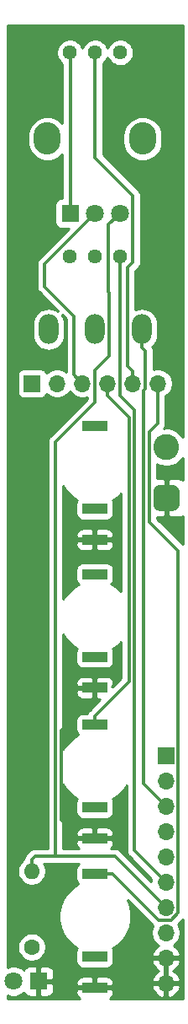
<source format=gtl>
G04 #@! TF.GenerationSoftware,KiCad,Pcbnew,(5.1.5-0-10_14)*
G04 #@! TF.CreationDate,2020-10-10T15:47:02-04:00*
G04 #@! TF.ProjectId,AYOM - VCA Control Board,41594f4d-202d-4205-9643-4120436f6e74,1.1*
G04 #@! TF.SameCoordinates,Original*
G04 #@! TF.FileFunction,Copper,L1,Top*
G04 #@! TF.FilePolarity,Positive*
%FSLAX46Y46*%
G04 Gerber Fmt 4.6, Leading zero omitted, Abs format (unit mm)*
G04 Created by KiCad (PCBNEW (5.1.5-0-10_14)) date 2020-10-10 15:47:02*
%MOMM*%
%LPD*%
G04 APERTURE LIST*
%ADD10R,1.700000X1.700000*%
%ADD11O,1.700000X1.700000*%
%ADD12C,1.440000*%
%ADD13R,1.800000X1.800000*%
%ADD14C,1.800000*%
%ADD15O,2.720000X3.240000*%
%ADD16C,0.100000*%
%ADD17C,2.600000*%
%ADD18O,2.000000X3.000000*%
%ADD19R,2.500000X1.000000*%
%ADD20C,1.600000*%
%ADD21O,1.600000X1.600000*%
%ADD22C,0.300000*%
%ADD23C,0.254000*%
G04 APERTURE END LIST*
D10*
X79150000Y-90614500D03*
D11*
X81690000Y-90614500D03*
X84230000Y-90614500D03*
X86770000Y-90614500D03*
X89310000Y-90614500D03*
X91850000Y-90614500D03*
D10*
X92646500Y-127965000D03*
D11*
X92646500Y-130505000D03*
X92646500Y-133045000D03*
X92646500Y-135585000D03*
X92646500Y-138125000D03*
X92646500Y-140665000D03*
X92646500Y-143205000D03*
X92646500Y-145745000D03*
X92646500Y-148285000D03*
X92646500Y-150825000D03*
D12*
X88030000Y-77851000D03*
X85490000Y-77851000D03*
X82950000Y-77851000D03*
X88050000Y-57404000D03*
X85510000Y-57404000D03*
X82970000Y-57404000D03*
D13*
X83000000Y-73556000D03*
D14*
X85500000Y-73556000D03*
X88000000Y-73556000D03*
D15*
X90300000Y-66056000D03*
X80700000Y-66056000D03*
G04 #@! TA.AperFunction,ComponentPad*
D16*
G36*
X93423711Y-100811130D02*
G01*
X93486809Y-100820490D01*
X93548685Y-100835989D01*
X93608744Y-100857478D01*
X93666408Y-100884751D01*
X93721121Y-100917545D01*
X93772356Y-100955543D01*
X93819619Y-100998381D01*
X93862457Y-101045644D01*
X93900455Y-101096879D01*
X93933249Y-101151592D01*
X93960522Y-101209256D01*
X93982011Y-101269315D01*
X93997510Y-101331191D01*
X94006870Y-101394289D01*
X94010000Y-101458000D01*
X94010000Y-102758000D01*
X94006870Y-102821711D01*
X93997510Y-102884809D01*
X93982011Y-102946685D01*
X93960522Y-103006744D01*
X93933249Y-103064408D01*
X93900455Y-103119121D01*
X93862457Y-103170356D01*
X93819619Y-103217619D01*
X93772356Y-103260457D01*
X93721121Y-103298455D01*
X93666408Y-103331249D01*
X93608744Y-103358522D01*
X93548685Y-103380011D01*
X93486809Y-103395510D01*
X93423711Y-103404870D01*
X93360000Y-103408000D01*
X92060000Y-103408000D01*
X91996289Y-103404870D01*
X91933191Y-103395510D01*
X91871315Y-103380011D01*
X91811256Y-103358522D01*
X91753592Y-103331249D01*
X91698879Y-103298455D01*
X91647644Y-103260457D01*
X91600381Y-103217619D01*
X91557543Y-103170356D01*
X91519545Y-103119121D01*
X91486751Y-103064408D01*
X91459478Y-103006744D01*
X91437989Y-102946685D01*
X91422490Y-102884809D01*
X91413130Y-102821711D01*
X91410000Y-102758000D01*
X91410000Y-101458000D01*
X91413130Y-101394289D01*
X91422490Y-101331191D01*
X91437989Y-101269315D01*
X91459478Y-101209256D01*
X91486751Y-101151592D01*
X91519545Y-101096879D01*
X91557543Y-101045644D01*
X91600381Y-100998381D01*
X91647644Y-100955543D01*
X91698879Y-100917545D01*
X91753592Y-100884751D01*
X91811256Y-100857478D01*
X91871315Y-100835989D01*
X91933191Y-100820490D01*
X91996289Y-100811130D01*
X92060000Y-100808000D01*
X93360000Y-100808000D01*
X93423711Y-100811130D01*
G37*
G04 #@! TD.AperFunction*
D17*
X92710000Y-97028000D03*
D18*
X80822800Y-85189800D03*
X85522800Y-85189800D03*
X90222800Y-85189800D03*
D19*
X85471000Y-94902000D03*
X85471000Y-103202000D03*
X85471000Y-106302000D03*
X85471000Y-109761000D03*
X85471000Y-118061000D03*
X85471000Y-121161000D03*
X85471000Y-124874000D03*
X85471000Y-133174000D03*
X85471000Y-136274000D03*
X85471000Y-139860000D03*
X85471000Y-148160000D03*
X85471000Y-151260000D03*
D13*
X79814000Y-150633000D03*
D14*
X77274000Y-150633000D03*
D20*
X79114000Y-147183000D03*
D21*
X79114000Y-139563000D03*
D22*
X92646500Y-150825000D02*
X92646500Y-148285000D01*
X83921000Y-136274000D02*
X85471000Y-136274000D01*
X82085900Y-134438900D02*
X83921000Y-136274000D01*
X82085900Y-125446400D02*
X82085900Y-134438900D01*
X85471000Y-122061300D02*
X82085900Y-125446400D01*
X85471000Y-121161000D02*
X85471000Y-122061300D01*
X85471000Y-139860000D02*
X87272800Y-139860000D01*
X87272800Y-139860000D02*
X91887800Y-144475000D01*
X91887800Y-144475000D02*
X93182800Y-144475000D01*
X93182800Y-144475000D02*
X93896900Y-143760900D01*
X93896900Y-143760900D02*
X93896900Y-107431000D01*
X93896900Y-107431000D02*
X90992600Y-104526700D01*
X90992600Y-104526700D02*
X90992600Y-95465300D01*
X90992600Y-95465300D02*
X91850000Y-94607900D01*
X91850000Y-94607900D02*
X91850000Y-90614500D01*
X86770000Y-91864800D02*
X88924300Y-94019100D01*
X88924300Y-94019100D02*
X88924300Y-120520400D01*
X88924300Y-120520400D02*
X85471000Y-123973700D01*
X86770000Y-90614500D02*
X86770000Y-91864800D01*
X85471000Y-124874000D02*
X85471000Y-123973700D01*
X85500000Y-73556000D02*
X80414000Y-78642000D01*
X80414000Y-78642000D02*
X80414000Y-80883000D01*
X83380001Y-89764501D02*
X84230000Y-90614500D01*
X83380001Y-83849001D02*
X83380001Y-89764501D01*
X80414000Y-80883000D02*
X83380001Y-83849001D01*
X89310000Y-90614500D02*
X89310000Y-89364200D01*
X85510000Y-57404000D02*
X85510000Y-67965200D01*
X85510000Y-67965200D02*
X89340500Y-71795700D01*
X89340500Y-71795700D02*
X89340500Y-78453300D01*
X89340500Y-78453300D02*
X88792100Y-79001700D01*
X88792100Y-79001700D02*
X88792100Y-88846300D01*
X88792100Y-88846300D02*
X89310000Y-89364200D01*
X92646500Y-133045000D02*
X90414000Y-130812500D01*
X90222800Y-86989800D02*
X90222800Y-85189800D01*
X90599999Y-87366999D02*
X90222800Y-86989800D01*
X90599999Y-91174503D02*
X90599999Y-87366999D01*
X90414000Y-91360502D02*
X90599999Y-91174503D01*
X90414000Y-130812500D02*
X90414000Y-91360502D01*
X89474600Y-137493100D02*
X92646500Y-140665000D01*
X89474600Y-93299500D02*
X89474600Y-137493100D01*
X88030000Y-91854900D02*
X89474600Y-93299500D01*
X88030000Y-77851000D02*
X88030000Y-91854900D01*
X81508700Y-138067000D02*
X81508700Y-96481700D01*
X81508700Y-96481700D02*
X85500000Y-92490400D01*
X85500000Y-92490400D02*
X85500000Y-89320800D01*
X85500000Y-89320800D02*
X86925100Y-87895700D01*
X86925100Y-87895700D02*
X86925100Y-81496400D01*
X86925100Y-81496400D02*
X86862700Y-81434000D01*
X86862700Y-81434000D02*
X86862700Y-74693300D01*
X86862700Y-74693300D02*
X88000000Y-73556000D01*
X87508500Y-138067000D02*
X92646500Y-143205000D01*
X81508700Y-138067000D02*
X87508500Y-138067000D01*
X79478630Y-138067000D02*
X81508700Y-138067000D01*
X79114000Y-138431630D02*
X79478630Y-138067000D01*
X79114000Y-139563000D02*
X79114000Y-138431630D01*
X83000000Y-73556000D02*
X83000000Y-57434000D01*
X83000000Y-57434000D02*
X82970000Y-57404000D01*
D23*
G36*
X94340000Y-95984560D02*
G01*
X94213013Y-95794509D01*
X93943491Y-95524987D01*
X93626566Y-95313225D01*
X93274419Y-95167361D01*
X92900581Y-95093000D01*
X92519419Y-95093000D01*
X92457250Y-95105366D01*
X92505862Y-95046133D01*
X92578754Y-94909760D01*
X92579429Y-94907536D01*
X92623642Y-94761787D01*
X92632193Y-94674961D01*
X92635000Y-94646461D01*
X92635000Y-94646456D01*
X92638797Y-94607900D01*
X92635000Y-94569344D01*
X92635000Y-91875974D01*
X92796632Y-91767975D01*
X93003475Y-91561132D01*
X93165990Y-91317911D01*
X93277932Y-91047658D01*
X93335000Y-90760760D01*
X93335000Y-90468240D01*
X93277932Y-90181342D01*
X93165990Y-89911089D01*
X93003475Y-89667868D01*
X92796632Y-89461025D01*
X92553411Y-89298510D01*
X92283158Y-89186568D01*
X91996260Y-89129500D01*
X91703740Y-89129500D01*
X91416842Y-89186568D01*
X91384999Y-89199758D01*
X91384999Y-87405554D01*
X91388796Y-87366999D01*
X91384999Y-87328443D01*
X91384999Y-87328438D01*
X91381019Y-87288025D01*
X91373641Y-87213112D01*
X91328753Y-87065139D01*
X91309094Y-87028360D01*
X91266386Y-86948458D01*
X91384514Y-86851514D01*
X91588831Y-86602552D01*
X91740652Y-86318515D01*
X91834143Y-86010316D01*
X91857800Y-85770122D01*
X91857800Y-84609478D01*
X91834143Y-84369284D01*
X91740652Y-84061085D01*
X91588831Y-83777048D01*
X91384514Y-83528086D01*
X91135552Y-83323769D01*
X90851515Y-83171948D01*
X90543316Y-83078457D01*
X90222800Y-83046889D01*
X89902285Y-83078457D01*
X89594086Y-83171948D01*
X89577100Y-83181027D01*
X89577100Y-79326857D01*
X89868310Y-79035647D01*
X89898264Y-79011064D01*
X89996362Y-78891533D01*
X90069254Y-78755160D01*
X90103581Y-78642000D01*
X90114142Y-78607187D01*
X90125404Y-78492833D01*
X90125500Y-78491861D01*
X90125500Y-78491856D01*
X90129297Y-78453300D01*
X90125500Y-78414744D01*
X90125500Y-71834252D01*
X90129297Y-71795699D01*
X90125500Y-71757146D01*
X90125500Y-71757139D01*
X90114141Y-71641813D01*
X90069254Y-71493840D01*
X89996362Y-71357467D01*
X89898264Y-71237936D01*
X89868317Y-71213359D01*
X86295000Y-67640043D01*
X86295000Y-65698002D01*
X88305000Y-65698002D01*
X88305000Y-66413997D01*
X88333867Y-66707087D01*
X88447943Y-67083146D01*
X88633193Y-67429725D01*
X88882497Y-67733503D01*
X89186275Y-67982807D01*
X89532853Y-68168057D01*
X89908912Y-68282133D01*
X90300000Y-68320652D01*
X90691087Y-68282133D01*
X91067146Y-68168057D01*
X91413725Y-67982807D01*
X91717503Y-67733503D01*
X91966807Y-67429725D01*
X92152057Y-67083147D01*
X92266133Y-66707088D01*
X92295000Y-66413998D01*
X92295000Y-65698003D01*
X92266133Y-65404913D01*
X92152057Y-65028853D01*
X91966807Y-64682275D01*
X91717503Y-64378497D01*
X91413725Y-64129193D01*
X91067147Y-63943943D01*
X90691088Y-63829867D01*
X90300000Y-63791348D01*
X89908913Y-63829867D01*
X89532854Y-63943943D01*
X89186276Y-64129193D01*
X88882498Y-64378497D01*
X88633193Y-64682275D01*
X88447943Y-65028853D01*
X88333867Y-65404912D01*
X88305000Y-65698002D01*
X86295000Y-65698002D01*
X86295000Y-58509124D01*
X86373762Y-58456497D01*
X86562497Y-58267762D01*
X86710785Y-58045833D01*
X86780000Y-57878734D01*
X86849215Y-58045833D01*
X86997503Y-58267762D01*
X87186238Y-58456497D01*
X87408167Y-58604785D01*
X87654761Y-58706928D01*
X87916544Y-58759000D01*
X88183456Y-58759000D01*
X88445239Y-58706928D01*
X88691833Y-58604785D01*
X88913762Y-58456497D01*
X89102497Y-58267762D01*
X89250785Y-58045833D01*
X89352928Y-57799239D01*
X89405000Y-57537456D01*
X89405000Y-57270544D01*
X89352928Y-57008761D01*
X89250785Y-56762167D01*
X89102497Y-56540238D01*
X88913762Y-56351503D01*
X88691833Y-56203215D01*
X88445239Y-56101072D01*
X88183456Y-56049000D01*
X87916544Y-56049000D01*
X87654761Y-56101072D01*
X87408167Y-56203215D01*
X87186238Y-56351503D01*
X86997503Y-56540238D01*
X86849215Y-56762167D01*
X86780000Y-56929266D01*
X86710785Y-56762167D01*
X86562497Y-56540238D01*
X86373762Y-56351503D01*
X86151833Y-56203215D01*
X85905239Y-56101072D01*
X85643456Y-56049000D01*
X85376544Y-56049000D01*
X85114761Y-56101072D01*
X84868167Y-56203215D01*
X84646238Y-56351503D01*
X84457503Y-56540238D01*
X84309215Y-56762167D01*
X84240000Y-56929266D01*
X84170785Y-56762167D01*
X84022497Y-56540238D01*
X83833762Y-56351503D01*
X83611833Y-56203215D01*
X83365239Y-56101072D01*
X83103456Y-56049000D01*
X82836544Y-56049000D01*
X82574761Y-56101072D01*
X82328167Y-56203215D01*
X82106238Y-56351503D01*
X81917503Y-56540238D01*
X81769215Y-56762167D01*
X81667072Y-57008761D01*
X81615000Y-57270544D01*
X81615000Y-57537456D01*
X81667072Y-57799239D01*
X81769215Y-58045833D01*
X81917503Y-58267762D01*
X82106238Y-58456497D01*
X82215001Y-58529170D01*
X82215001Y-64497298D01*
X82117503Y-64378497D01*
X81813725Y-64129193D01*
X81467147Y-63943943D01*
X81091088Y-63829867D01*
X80700000Y-63791348D01*
X80308913Y-63829867D01*
X79932854Y-63943943D01*
X79586276Y-64129193D01*
X79282498Y-64378497D01*
X79033193Y-64682275D01*
X78847943Y-65028853D01*
X78733867Y-65404912D01*
X78705000Y-65698002D01*
X78705000Y-66413997D01*
X78733867Y-66707087D01*
X78847943Y-67083146D01*
X79033193Y-67429725D01*
X79282497Y-67733503D01*
X79586275Y-67982807D01*
X79932853Y-68168057D01*
X80308912Y-68282133D01*
X80700000Y-68320652D01*
X81091087Y-68282133D01*
X81467146Y-68168057D01*
X81813725Y-67982807D01*
X82117503Y-67733503D01*
X82215000Y-67614702D01*
X82215000Y-72017928D01*
X82100000Y-72017928D01*
X81975518Y-72030188D01*
X81855820Y-72066498D01*
X81745506Y-72125463D01*
X81648815Y-72204815D01*
X81569463Y-72301506D01*
X81510498Y-72411820D01*
X81474188Y-72531518D01*
X81461928Y-72656000D01*
X81461928Y-74456000D01*
X81474188Y-74580482D01*
X81510498Y-74700180D01*
X81569463Y-74810494D01*
X81648815Y-74907185D01*
X81745506Y-74986537D01*
X81855820Y-75045502D01*
X81975518Y-75081812D01*
X82100000Y-75094072D01*
X82851770Y-75094072D01*
X79886190Y-78059653D01*
X79856236Y-78084236D01*
X79758138Y-78203768D01*
X79685246Y-78340141D01*
X79640359Y-78488114D01*
X79629000Y-78603440D01*
X79629000Y-78603447D01*
X79625203Y-78642000D01*
X79629000Y-78680553D01*
X79629001Y-80844437D01*
X79625203Y-80883000D01*
X79640359Y-81036886D01*
X79685246Y-81184859D01*
X79719177Y-81248340D01*
X79758139Y-81321233D01*
X79798690Y-81370644D01*
X79831655Y-81410812D01*
X79831659Y-81410816D01*
X79856237Y-81440764D01*
X79886185Y-81465342D01*
X81786075Y-83365232D01*
X81735552Y-83323769D01*
X81451515Y-83171948D01*
X81143316Y-83078457D01*
X80822800Y-83046889D01*
X80502285Y-83078457D01*
X80194086Y-83171948D01*
X79910049Y-83323769D01*
X79661087Y-83528086D01*
X79456770Y-83777048D01*
X79304948Y-84061085D01*
X79211457Y-84369284D01*
X79187800Y-84609478D01*
X79187800Y-85770121D01*
X79211457Y-86010315D01*
X79304948Y-86318514D01*
X79456769Y-86602551D01*
X79661086Y-86851514D01*
X79910048Y-87055831D01*
X80194085Y-87207652D01*
X80502284Y-87301143D01*
X80822800Y-87332711D01*
X81143315Y-87301143D01*
X81451514Y-87207652D01*
X81735551Y-87055831D01*
X81984514Y-86851514D01*
X82188831Y-86602552D01*
X82340652Y-86318515D01*
X82434143Y-86010316D01*
X82457800Y-85770122D01*
X82457800Y-84609478D01*
X82434143Y-84369284D01*
X82340652Y-84061085D01*
X82188831Y-83777048D01*
X82147368Y-83726525D01*
X82595001Y-84174158D01*
X82595002Y-89433209D01*
X82393411Y-89298510D01*
X82123158Y-89186568D01*
X81836260Y-89129500D01*
X81543740Y-89129500D01*
X81256842Y-89186568D01*
X80986589Y-89298510D01*
X80743368Y-89461025D01*
X80611513Y-89592880D01*
X80589502Y-89520320D01*
X80530537Y-89410006D01*
X80451185Y-89313315D01*
X80354494Y-89233963D01*
X80244180Y-89174998D01*
X80124482Y-89138688D01*
X80000000Y-89126428D01*
X78300000Y-89126428D01*
X78175518Y-89138688D01*
X78055820Y-89174998D01*
X77945506Y-89233963D01*
X77848815Y-89313315D01*
X77769463Y-89410006D01*
X77710498Y-89520320D01*
X77674188Y-89640018D01*
X77661928Y-89764500D01*
X77661928Y-91464500D01*
X77674188Y-91588982D01*
X77710498Y-91708680D01*
X77769463Y-91818994D01*
X77848815Y-91915685D01*
X77945506Y-91995037D01*
X78055820Y-92054002D01*
X78175518Y-92090312D01*
X78300000Y-92102572D01*
X80000000Y-92102572D01*
X80124482Y-92090312D01*
X80244180Y-92054002D01*
X80354494Y-91995037D01*
X80451185Y-91915685D01*
X80530537Y-91818994D01*
X80589502Y-91708680D01*
X80611513Y-91636120D01*
X80743368Y-91767975D01*
X80986589Y-91930490D01*
X81256842Y-92042432D01*
X81543740Y-92099500D01*
X81836260Y-92099500D01*
X82123158Y-92042432D01*
X82393411Y-91930490D01*
X82636632Y-91767975D01*
X82843475Y-91561132D01*
X82960000Y-91386740D01*
X83076525Y-91561132D01*
X83283368Y-91767975D01*
X83526589Y-91930490D01*
X83796842Y-92042432D01*
X84083740Y-92099500D01*
X84376260Y-92099500D01*
X84663158Y-92042432D01*
X84715000Y-92020958D01*
X84715000Y-92165243D01*
X80980885Y-95899358D01*
X80950937Y-95923936D01*
X80926359Y-95953884D01*
X80926355Y-95953888D01*
X80895486Y-95991502D01*
X80852839Y-96043467D01*
X80850606Y-96047645D01*
X80779946Y-96179841D01*
X80735059Y-96327814D01*
X80719903Y-96481700D01*
X80723701Y-96520263D01*
X80723700Y-137282000D01*
X79517186Y-137282000D01*
X79478630Y-137278203D01*
X79440074Y-137282000D01*
X79440069Y-137282000D01*
X79399656Y-137285980D01*
X79324743Y-137293358D01*
X79176770Y-137338246D01*
X79040397Y-137411138D01*
X78920866Y-137509236D01*
X78896279Y-137539195D01*
X78586186Y-137849287D01*
X78556237Y-137873866D01*
X78531659Y-137903814D01*
X78531655Y-137903818D01*
X78509075Y-137931332D01*
X78458139Y-137993397D01*
X78443432Y-138020912D01*
X78385246Y-138129771D01*
X78340359Y-138277744D01*
X78332312Y-138359448D01*
X78199241Y-138448363D01*
X77999363Y-138648241D01*
X77842320Y-138883273D01*
X77734147Y-139144426D01*
X77679000Y-139421665D01*
X77679000Y-139704335D01*
X77734147Y-139981574D01*
X77842320Y-140242727D01*
X77999363Y-140477759D01*
X78199241Y-140677637D01*
X78434273Y-140834680D01*
X78695426Y-140942853D01*
X78972665Y-140998000D01*
X79255335Y-140998000D01*
X79532574Y-140942853D01*
X79793727Y-140834680D01*
X80028759Y-140677637D01*
X80228637Y-140477759D01*
X80385680Y-140242727D01*
X80493853Y-139981574D01*
X80549000Y-139704335D01*
X80549000Y-139421665D01*
X80493853Y-139144426D01*
X80385680Y-138883273D01*
X80364784Y-138852000D01*
X81470139Y-138852000D01*
X81508700Y-138855798D01*
X81547260Y-138852000D01*
X83839044Y-138852000D01*
X83769815Y-138908815D01*
X83690463Y-139005506D01*
X83631498Y-139115820D01*
X83595188Y-139235518D01*
X83582928Y-139360000D01*
X83582928Y-140360000D01*
X83595188Y-140484482D01*
X83631498Y-140604180D01*
X83690463Y-140714494D01*
X83769815Y-140811185D01*
X83800891Y-140836688D01*
X83764755Y-140851656D01*
X83164753Y-141252565D01*
X82654493Y-141762825D01*
X82253584Y-142362827D01*
X81977434Y-143029513D01*
X81836653Y-143737264D01*
X81836653Y-144458880D01*
X81977434Y-145166631D01*
X82253584Y-145833317D01*
X82654493Y-146433319D01*
X83164753Y-146943579D01*
X83696112Y-147298622D01*
X83690463Y-147305506D01*
X83631498Y-147415820D01*
X83595188Y-147535518D01*
X83582928Y-147660000D01*
X83582928Y-148660000D01*
X83595188Y-148784482D01*
X83631498Y-148904180D01*
X83690463Y-149014494D01*
X83769815Y-149111185D01*
X83866506Y-149190537D01*
X83976820Y-149249502D01*
X84096518Y-149285812D01*
X84221000Y-149298072D01*
X86721000Y-149298072D01*
X86845482Y-149285812D01*
X86965180Y-149249502D01*
X87075494Y-149190537D01*
X87172185Y-149111185D01*
X87251537Y-149014494D01*
X87310502Y-148904180D01*
X87346812Y-148784482D01*
X87359072Y-148660000D01*
X87359072Y-148641890D01*
X91205024Y-148641890D01*
X91249675Y-148789099D01*
X91374859Y-149051920D01*
X91548912Y-149285269D01*
X91765145Y-149480178D01*
X91890755Y-149555000D01*
X91765145Y-149629822D01*
X91548912Y-149824731D01*
X91374859Y-150058080D01*
X91249675Y-150320901D01*
X91205024Y-150468110D01*
X91326345Y-150698000D01*
X92519500Y-150698000D01*
X92519500Y-148412000D01*
X92773500Y-148412000D01*
X92773500Y-150698000D01*
X93966655Y-150698000D01*
X94087976Y-150468110D01*
X94043325Y-150320901D01*
X93918141Y-150058080D01*
X93744088Y-149824731D01*
X93527855Y-149629822D01*
X93402245Y-149555000D01*
X93527855Y-149480178D01*
X93744088Y-149285269D01*
X93918141Y-149051920D01*
X94043325Y-148789099D01*
X94087976Y-148641890D01*
X93966655Y-148412000D01*
X92773500Y-148412000D01*
X92519500Y-148412000D01*
X91326345Y-148412000D01*
X91205024Y-148641890D01*
X87359072Y-148641890D01*
X87359072Y-147660000D01*
X87346812Y-147535518D01*
X87310502Y-147415820D01*
X87262603Y-147326208D01*
X87835247Y-146943579D01*
X88345507Y-146433319D01*
X88746416Y-145833317D01*
X89022566Y-145166631D01*
X89163347Y-144458880D01*
X89163347Y-143737264D01*
X89022566Y-143029513D01*
X88803653Y-142501010D01*
X91305453Y-145002810D01*
X91330036Y-145032764D01*
X91334150Y-145036141D01*
X91330510Y-145041589D01*
X91218568Y-145311842D01*
X91161500Y-145598740D01*
X91161500Y-145891260D01*
X91218568Y-146178158D01*
X91330510Y-146448411D01*
X91493025Y-146691632D01*
X91699868Y-146898475D01*
X91882034Y-147020195D01*
X91765145Y-147089822D01*
X91548912Y-147284731D01*
X91374859Y-147518080D01*
X91249675Y-147780901D01*
X91205024Y-147928110D01*
X91326345Y-148158000D01*
X92519500Y-148158000D01*
X92519500Y-148138000D01*
X92773500Y-148138000D01*
X92773500Y-148158000D01*
X93966655Y-148158000D01*
X94087976Y-147928110D01*
X94043325Y-147780901D01*
X93918141Y-147518080D01*
X93744088Y-147284731D01*
X93527855Y-147089822D01*
X93410966Y-147020195D01*
X93593132Y-146898475D01*
X93799975Y-146691632D01*
X93962490Y-146448411D01*
X94074432Y-146178158D01*
X94131500Y-145891260D01*
X94131500Y-145598740D01*
X94074432Y-145311842D01*
X93962490Y-145041589D01*
X93867913Y-144900044D01*
X94340001Y-144427957D01*
X94340001Y-152340000D01*
X86982957Y-152340000D01*
X87075494Y-152290537D01*
X87172185Y-152211185D01*
X87251537Y-152114494D01*
X87310502Y-152004180D01*
X87346812Y-151884482D01*
X87359072Y-151760000D01*
X87356000Y-151545750D01*
X87197250Y-151387000D01*
X85598000Y-151387000D01*
X85598000Y-151407000D01*
X85344000Y-151407000D01*
X85344000Y-151387000D01*
X83744750Y-151387000D01*
X83586000Y-151545750D01*
X83582928Y-151760000D01*
X83595188Y-151884482D01*
X83631498Y-152004180D01*
X83690463Y-152114494D01*
X83769815Y-152211185D01*
X83866506Y-152290537D01*
X83959043Y-152340000D01*
X76660000Y-152340000D01*
X76660000Y-152040145D01*
X76826257Y-152109011D01*
X77122816Y-152168000D01*
X77425184Y-152168000D01*
X77721743Y-152109011D01*
X78001095Y-151993299D01*
X78252505Y-151825312D01*
X78318944Y-151758873D01*
X78324498Y-151777180D01*
X78383463Y-151887494D01*
X78462815Y-151984185D01*
X78559506Y-152063537D01*
X78669820Y-152122502D01*
X78789518Y-152158812D01*
X78914000Y-152171072D01*
X79528250Y-152168000D01*
X79687000Y-152009250D01*
X79687000Y-150760000D01*
X79941000Y-150760000D01*
X79941000Y-152009250D01*
X80099750Y-152168000D01*
X80714000Y-152171072D01*
X80838482Y-152158812D01*
X80958180Y-152122502D01*
X81068494Y-152063537D01*
X81165185Y-151984185D01*
X81244537Y-151887494D01*
X81303502Y-151777180D01*
X81339812Y-151657482D01*
X81352072Y-151533000D01*
X81350317Y-151181890D01*
X91205024Y-151181890D01*
X91249675Y-151329099D01*
X91374859Y-151591920D01*
X91548912Y-151825269D01*
X91765145Y-152020178D01*
X92015248Y-152169157D01*
X92289609Y-152266481D01*
X92519500Y-152145814D01*
X92519500Y-150952000D01*
X92773500Y-150952000D01*
X92773500Y-152145814D01*
X93003391Y-152266481D01*
X93277752Y-152169157D01*
X93527855Y-152020178D01*
X93744088Y-151825269D01*
X93918141Y-151591920D01*
X94043325Y-151329099D01*
X94087976Y-151181890D01*
X93966655Y-150952000D01*
X92773500Y-150952000D01*
X92519500Y-150952000D01*
X91326345Y-150952000D01*
X91205024Y-151181890D01*
X81350317Y-151181890D01*
X81349000Y-150918750D01*
X81190250Y-150760000D01*
X83582928Y-150760000D01*
X83586000Y-150974250D01*
X83744750Y-151133000D01*
X85344000Y-151133000D01*
X85344000Y-150283750D01*
X85598000Y-150283750D01*
X85598000Y-151133000D01*
X87197250Y-151133000D01*
X87356000Y-150974250D01*
X87359072Y-150760000D01*
X87346812Y-150635518D01*
X87310502Y-150515820D01*
X87251537Y-150405506D01*
X87172185Y-150308815D01*
X87075494Y-150229463D01*
X86965180Y-150170498D01*
X86845482Y-150134188D01*
X86721000Y-150121928D01*
X85756750Y-150125000D01*
X85598000Y-150283750D01*
X85344000Y-150283750D01*
X85185250Y-150125000D01*
X84221000Y-150121928D01*
X84096518Y-150134188D01*
X83976820Y-150170498D01*
X83866506Y-150229463D01*
X83769815Y-150308815D01*
X83690463Y-150405506D01*
X83631498Y-150515820D01*
X83595188Y-150635518D01*
X83582928Y-150760000D01*
X81190250Y-150760000D01*
X79941000Y-150760000D01*
X79687000Y-150760000D01*
X79667000Y-150760000D01*
X79667000Y-150506000D01*
X79687000Y-150506000D01*
X79687000Y-149256750D01*
X79941000Y-149256750D01*
X79941000Y-150506000D01*
X81190250Y-150506000D01*
X81349000Y-150347250D01*
X81352072Y-149733000D01*
X81339812Y-149608518D01*
X81303502Y-149488820D01*
X81244537Y-149378506D01*
X81165185Y-149281815D01*
X81068494Y-149202463D01*
X80958180Y-149143498D01*
X80838482Y-149107188D01*
X80714000Y-149094928D01*
X80099750Y-149098000D01*
X79941000Y-149256750D01*
X79687000Y-149256750D01*
X79528250Y-149098000D01*
X78914000Y-149094928D01*
X78789518Y-149107188D01*
X78669820Y-149143498D01*
X78559506Y-149202463D01*
X78462815Y-149281815D01*
X78383463Y-149378506D01*
X78324498Y-149488820D01*
X78318944Y-149507127D01*
X78252505Y-149440688D01*
X78001095Y-149272701D01*
X77721743Y-149156989D01*
X77425184Y-149098000D01*
X77122816Y-149098000D01*
X76826257Y-149156989D01*
X76660000Y-149225855D01*
X76660000Y-147041665D01*
X77679000Y-147041665D01*
X77679000Y-147324335D01*
X77734147Y-147601574D01*
X77842320Y-147862727D01*
X77999363Y-148097759D01*
X78199241Y-148297637D01*
X78434273Y-148454680D01*
X78695426Y-148562853D01*
X78972665Y-148618000D01*
X79255335Y-148618000D01*
X79532574Y-148562853D01*
X79793727Y-148454680D01*
X80028759Y-148297637D01*
X80228637Y-148097759D01*
X80385680Y-147862727D01*
X80493853Y-147601574D01*
X80549000Y-147324335D01*
X80549000Y-147041665D01*
X80493853Y-146764426D01*
X80385680Y-146503273D01*
X80228637Y-146268241D01*
X80028759Y-146068363D01*
X79793727Y-145911320D01*
X79532574Y-145803147D01*
X79255335Y-145748000D01*
X78972665Y-145748000D01*
X78695426Y-145803147D01*
X78434273Y-145911320D01*
X78199241Y-146068363D01*
X77999363Y-146268241D01*
X77842320Y-146503273D01*
X77734147Y-146764426D01*
X77679000Y-147041665D01*
X76660000Y-147041665D01*
X76660000Y-54660000D01*
X94340000Y-54660000D01*
X94340000Y-95984560D01*
G37*
X94340000Y-95984560D02*
X94213013Y-95794509D01*
X93943491Y-95524987D01*
X93626566Y-95313225D01*
X93274419Y-95167361D01*
X92900581Y-95093000D01*
X92519419Y-95093000D01*
X92457250Y-95105366D01*
X92505862Y-95046133D01*
X92578754Y-94909760D01*
X92579429Y-94907536D01*
X92623642Y-94761787D01*
X92632193Y-94674961D01*
X92635000Y-94646461D01*
X92635000Y-94646456D01*
X92638797Y-94607900D01*
X92635000Y-94569344D01*
X92635000Y-91875974D01*
X92796632Y-91767975D01*
X93003475Y-91561132D01*
X93165990Y-91317911D01*
X93277932Y-91047658D01*
X93335000Y-90760760D01*
X93335000Y-90468240D01*
X93277932Y-90181342D01*
X93165990Y-89911089D01*
X93003475Y-89667868D01*
X92796632Y-89461025D01*
X92553411Y-89298510D01*
X92283158Y-89186568D01*
X91996260Y-89129500D01*
X91703740Y-89129500D01*
X91416842Y-89186568D01*
X91384999Y-89199758D01*
X91384999Y-87405554D01*
X91388796Y-87366999D01*
X91384999Y-87328443D01*
X91384999Y-87328438D01*
X91381019Y-87288025D01*
X91373641Y-87213112D01*
X91328753Y-87065139D01*
X91309094Y-87028360D01*
X91266386Y-86948458D01*
X91384514Y-86851514D01*
X91588831Y-86602552D01*
X91740652Y-86318515D01*
X91834143Y-86010316D01*
X91857800Y-85770122D01*
X91857800Y-84609478D01*
X91834143Y-84369284D01*
X91740652Y-84061085D01*
X91588831Y-83777048D01*
X91384514Y-83528086D01*
X91135552Y-83323769D01*
X90851515Y-83171948D01*
X90543316Y-83078457D01*
X90222800Y-83046889D01*
X89902285Y-83078457D01*
X89594086Y-83171948D01*
X89577100Y-83181027D01*
X89577100Y-79326857D01*
X89868310Y-79035647D01*
X89898264Y-79011064D01*
X89996362Y-78891533D01*
X90069254Y-78755160D01*
X90103581Y-78642000D01*
X90114142Y-78607187D01*
X90125404Y-78492833D01*
X90125500Y-78491861D01*
X90125500Y-78491856D01*
X90129297Y-78453300D01*
X90125500Y-78414744D01*
X90125500Y-71834252D01*
X90129297Y-71795699D01*
X90125500Y-71757146D01*
X90125500Y-71757139D01*
X90114141Y-71641813D01*
X90069254Y-71493840D01*
X89996362Y-71357467D01*
X89898264Y-71237936D01*
X89868317Y-71213359D01*
X86295000Y-67640043D01*
X86295000Y-65698002D01*
X88305000Y-65698002D01*
X88305000Y-66413997D01*
X88333867Y-66707087D01*
X88447943Y-67083146D01*
X88633193Y-67429725D01*
X88882497Y-67733503D01*
X89186275Y-67982807D01*
X89532853Y-68168057D01*
X89908912Y-68282133D01*
X90300000Y-68320652D01*
X90691087Y-68282133D01*
X91067146Y-68168057D01*
X91413725Y-67982807D01*
X91717503Y-67733503D01*
X91966807Y-67429725D01*
X92152057Y-67083147D01*
X92266133Y-66707088D01*
X92295000Y-66413998D01*
X92295000Y-65698003D01*
X92266133Y-65404913D01*
X92152057Y-65028853D01*
X91966807Y-64682275D01*
X91717503Y-64378497D01*
X91413725Y-64129193D01*
X91067147Y-63943943D01*
X90691088Y-63829867D01*
X90300000Y-63791348D01*
X89908913Y-63829867D01*
X89532854Y-63943943D01*
X89186276Y-64129193D01*
X88882498Y-64378497D01*
X88633193Y-64682275D01*
X88447943Y-65028853D01*
X88333867Y-65404912D01*
X88305000Y-65698002D01*
X86295000Y-65698002D01*
X86295000Y-58509124D01*
X86373762Y-58456497D01*
X86562497Y-58267762D01*
X86710785Y-58045833D01*
X86780000Y-57878734D01*
X86849215Y-58045833D01*
X86997503Y-58267762D01*
X87186238Y-58456497D01*
X87408167Y-58604785D01*
X87654761Y-58706928D01*
X87916544Y-58759000D01*
X88183456Y-58759000D01*
X88445239Y-58706928D01*
X88691833Y-58604785D01*
X88913762Y-58456497D01*
X89102497Y-58267762D01*
X89250785Y-58045833D01*
X89352928Y-57799239D01*
X89405000Y-57537456D01*
X89405000Y-57270544D01*
X89352928Y-57008761D01*
X89250785Y-56762167D01*
X89102497Y-56540238D01*
X88913762Y-56351503D01*
X88691833Y-56203215D01*
X88445239Y-56101072D01*
X88183456Y-56049000D01*
X87916544Y-56049000D01*
X87654761Y-56101072D01*
X87408167Y-56203215D01*
X87186238Y-56351503D01*
X86997503Y-56540238D01*
X86849215Y-56762167D01*
X86780000Y-56929266D01*
X86710785Y-56762167D01*
X86562497Y-56540238D01*
X86373762Y-56351503D01*
X86151833Y-56203215D01*
X85905239Y-56101072D01*
X85643456Y-56049000D01*
X85376544Y-56049000D01*
X85114761Y-56101072D01*
X84868167Y-56203215D01*
X84646238Y-56351503D01*
X84457503Y-56540238D01*
X84309215Y-56762167D01*
X84240000Y-56929266D01*
X84170785Y-56762167D01*
X84022497Y-56540238D01*
X83833762Y-56351503D01*
X83611833Y-56203215D01*
X83365239Y-56101072D01*
X83103456Y-56049000D01*
X82836544Y-56049000D01*
X82574761Y-56101072D01*
X82328167Y-56203215D01*
X82106238Y-56351503D01*
X81917503Y-56540238D01*
X81769215Y-56762167D01*
X81667072Y-57008761D01*
X81615000Y-57270544D01*
X81615000Y-57537456D01*
X81667072Y-57799239D01*
X81769215Y-58045833D01*
X81917503Y-58267762D01*
X82106238Y-58456497D01*
X82215001Y-58529170D01*
X82215001Y-64497298D01*
X82117503Y-64378497D01*
X81813725Y-64129193D01*
X81467147Y-63943943D01*
X81091088Y-63829867D01*
X80700000Y-63791348D01*
X80308913Y-63829867D01*
X79932854Y-63943943D01*
X79586276Y-64129193D01*
X79282498Y-64378497D01*
X79033193Y-64682275D01*
X78847943Y-65028853D01*
X78733867Y-65404912D01*
X78705000Y-65698002D01*
X78705000Y-66413997D01*
X78733867Y-66707087D01*
X78847943Y-67083146D01*
X79033193Y-67429725D01*
X79282497Y-67733503D01*
X79586275Y-67982807D01*
X79932853Y-68168057D01*
X80308912Y-68282133D01*
X80700000Y-68320652D01*
X81091087Y-68282133D01*
X81467146Y-68168057D01*
X81813725Y-67982807D01*
X82117503Y-67733503D01*
X82215000Y-67614702D01*
X82215000Y-72017928D01*
X82100000Y-72017928D01*
X81975518Y-72030188D01*
X81855820Y-72066498D01*
X81745506Y-72125463D01*
X81648815Y-72204815D01*
X81569463Y-72301506D01*
X81510498Y-72411820D01*
X81474188Y-72531518D01*
X81461928Y-72656000D01*
X81461928Y-74456000D01*
X81474188Y-74580482D01*
X81510498Y-74700180D01*
X81569463Y-74810494D01*
X81648815Y-74907185D01*
X81745506Y-74986537D01*
X81855820Y-75045502D01*
X81975518Y-75081812D01*
X82100000Y-75094072D01*
X82851770Y-75094072D01*
X79886190Y-78059653D01*
X79856236Y-78084236D01*
X79758138Y-78203768D01*
X79685246Y-78340141D01*
X79640359Y-78488114D01*
X79629000Y-78603440D01*
X79629000Y-78603447D01*
X79625203Y-78642000D01*
X79629000Y-78680553D01*
X79629001Y-80844437D01*
X79625203Y-80883000D01*
X79640359Y-81036886D01*
X79685246Y-81184859D01*
X79719177Y-81248340D01*
X79758139Y-81321233D01*
X79798690Y-81370644D01*
X79831655Y-81410812D01*
X79831659Y-81410816D01*
X79856237Y-81440764D01*
X79886185Y-81465342D01*
X81786075Y-83365232D01*
X81735552Y-83323769D01*
X81451515Y-83171948D01*
X81143316Y-83078457D01*
X80822800Y-83046889D01*
X80502285Y-83078457D01*
X80194086Y-83171948D01*
X79910049Y-83323769D01*
X79661087Y-83528086D01*
X79456770Y-83777048D01*
X79304948Y-84061085D01*
X79211457Y-84369284D01*
X79187800Y-84609478D01*
X79187800Y-85770121D01*
X79211457Y-86010315D01*
X79304948Y-86318514D01*
X79456769Y-86602551D01*
X79661086Y-86851514D01*
X79910048Y-87055831D01*
X80194085Y-87207652D01*
X80502284Y-87301143D01*
X80822800Y-87332711D01*
X81143315Y-87301143D01*
X81451514Y-87207652D01*
X81735551Y-87055831D01*
X81984514Y-86851514D01*
X82188831Y-86602552D01*
X82340652Y-86318515D01*
X82434143Y-86010316D01*
X82457800Y-85770122D01*
X82457800Y-84609478D01*
X82434143Y-84369284D01*
X82340652Y-84061085D01*
X82188831Y-83777048D01*
X82147368Y-83726525D01*
X82595001Y-84174158D01*
X82595002Y-89433209D01*
X82393411Y-89298510D01*
X82123158Y-89186568D01*
X81836260Y-89129500D01*
X81543740Y-89129500D01*
X81256842Y-89186568D01*
X80986589Y-89298510D01*
X80743368Y-89461025D01*
X80611513Y-89592880D01*
X80589502Y-89520320D01*
X80530537Y-89410006D01*
X80451185Y-89313315D01*
X80354494Y-89233963D01*
X80244180Y-89174998D01*
X80124482Y-89138688D01*
X80000000Y-89126428D01*
X78300000Y-89126428D01*
X78175518Y-89138688D01*
X78055820Y-89174998D01*
X77945506Y-89233963D01*
X77848815Y-89313315D01*
X77769463Y-89410006D01*
X77710498Y-89520320D01*
X77674188Y-89640018D01*
X77661928Y-89764500D01*
X77661928Y-91464500D01*
X77674188Y-91588982D01*
X77710498Y-91708680D01*
X77769463Y-91818994D01*
X77848815Y-91915685D01*
X77945506Y-91995037D01*
X78055820Y-92054002D01*
X78175518Y-92090312D01*
X78300000Y-92102572D01*
X80000000Y-92102572D01*
X80124482Y-92090312D01*
X80244180Y-92054002D01*
X80354494Y-91995037D01*
X80451185Y-91915685D01*
X80530537Y-91818994D01*
X80589502Y-91708680D01*
X80611513Y-91636120D01*
X80743368Y-91767975D01*
X80986589Y-91930490D01*
X81256842Y-92042432D01*
X81543740Y-92099500D01*
X81836260Y-92099500D01*
X82123158Y-92042432D01*
X82393411Y-91930490D01*
X82636632Y-91767975D01*
X82843475Y-91561132D01*
X82960000Y-91386740D01*
X83076525Y-91561132D01*
X83283368Y-91767975D01*
X83526589Y-91930490D01*
X83796842Y-92042432D01*
X84083740Y-92099500D01*
X84376260Y-92099500D01*
X84663158Y-92042432D01*
X84715000Y-92020958D01*
X84715000Y-92165243D01*
X80980885Y-95899358D01*
X80950937Y-95923936D01*
X80926359Y-95953884D01*
X80926355Y-95953888D01*
X80895486Y-95991502D01*
X80852839Y-96043467D01*
X80850606Y-96047645D01*
X80779946Y-96179841D01*
X80735059Y-96327814D01*
X80719903Y-96481700D01*
X80723701Y-96520263D01*
X80723700Y-137282000D01*
X79517186Y-137282000D01*
X79478630Y-137278203D01*
X79440074Y-137282000D01*
X79440069Y-137282000D01*
X79399656Y-137285980D01*
X79324743Y-137293358D01*
X79176770Y-137338246D01*
X79040397Y-137411138D01*
X78920866Y-137509236D01*
X78896279Y-137539195D01*
X78586186Y-137849287D01*
X78556237Y-137873866D01*
X78531659Y-137903814D01*
X78531655Y-137903818D01*
X78509075Y-137931332D01*
X78458139Y-137993397D01*
X78443432Y-138020912D01*
X78385246Y-138129771D01*
X78340359Y-138277744D01*
X78332312Y-138359448D01*
X78199241Y-138448363D01*
X77999363Y-138648241D01*
X77842320Y-138883273D01*
X77734147Y-139144426D01*
X77679000Y-139421665D01*
X77679000Y-139704335D01*
X77734147Y-139981574D01*
X77842320Y-140242727D01*
X77999363Y-140477759D01*
X78199241Y-140677637D01*
X78434273Y-140834680D01*
X78695426Y-140942853D01*
X78972665Y-140998000D01*
X79255335Y-140998000D01*
X79532574Y-140942853D01*
X79793727Y-140834680D01*
X80028759Y-140677637D01*
X80228637Y-140477759D01*
X80385680Y-140242727D01*
X80493853Y-139981574D01*
X80549000Y-139704335D01*
X80549000Y-139421665D01*
X80493853Y-139144426D01*
X80385680Y-138883273D01*
X80364784Y-138852000D01*
X81470139Y-138852000D01*
X81508700Y-138855798D01*
X81547260Y-138852000D01*
X83839044Y-138852000D01*
X83769815Y-138908815D01*
X83690463Y-139005506D01*
X83631498Y-139115820D01*
X83595188Y-139235518D01*
X83582928Y-139360000D01*
X83582928Y-140360000D01*
X83595188Y-140484482D01*
X83631498Y-140604180D01*
X83690463Y-140714494D01*
X83769815Y-140811185D01*
X83800891Y-140836688D01*
X83764755Y-140851656D01*
X83164753Y-141252565D01*
X82654493Y-141762825D01*
X82253584Y-142362827D01*
X81977434Y-143029513D01*
X81836653Y-143737264D01*
X81836653Y-144458880D01*
X81977434Y-145166631D01*
X82253584Y-145833317D01*
X82654493Y-146433319D01*
X83164753Y-146943579D01*
X83696112Y-147298622D01*
X83690463Y-147305506D01*
X83631498Y-147415820D01*
X83595188Y-147535518D01*
X83582928Y-147660000D01*
X83582928Y-148660000D01*
X83595188Y-148784482D01*
X83631498Y-148904180D01*
X83690463Y-149014494D01*
X83769815Y-149111185D01*
X83866506Y-149190537D01*
X83976820Y-149249502D01*
X84096518Y-149285812D01*
X84221000Y-149298072D01*
X86721000Y-149298072D01*
X86845482Y-149285812D01*
X86965180Y-149249502D01*
X87075494Y-149190537D01*
X87172185Y-149111185D01*
X87251537Y-149014494D01*
X87310502Y-148904180D01*
X87346812Y-148784482D01*
X87359072Y-148660000D01*
X87359072Y-148641890D01*
X91205024Y-148641890D01*
X91249675Y-148789099D01*
X91374859Y-149051920D01*
X91548912Y-149285269D01*
X91765145Y-149480178D01*
X91890755Y-149555000D01*
X91765145Y-149629822D01*
X91548912Y-149824731D01*
X91374859Y-150058080D01*
X91249675Y-150320901D01*
X91205024Y-150468110D01*
X91326345Y-150698000D01*
X92519500Y-150698000D01*
X92519500Y-148412000D01*
X92773500Y-148412000D01*
X92773500Y-150698000D01*
X93966655Y-150698000D01*
X94087976Y-150468110D01*
X94043325Y-150320901D01*
X93918141Y-150058080D01*
X93744088Y-149824731D01*
X93527855Y-149629822D01*
X93402245Y-149555000D01*
X93527855Y-149480178D01*
X93744088Y-149285269D01*
X93918141Y-149051920D01*
X94043325Y-148789099D01*
X94087976Y-148641890D01*
X93966655Y-148412000D01*
X92773500Y-148412000D01*
X92519500Y-148412000D01*
X91326345Y-148412000D01*
X91205024Y-148641890D01*
X87359072Y-148641890D01*
X87359072Y-147660000D01*
X87346812Y-147535518D01*
X87310502Y-147415820D01*
X87262603Y-147326208D01*
X87835247Y-146943579D01*
X88345507Y-146433319D01*
X88746416Y-145833317D01*
X89022566Y-145166631D01*
X89163347Y-144458880D01*
X89163347Y-143737264D01*
X89022566Y-143029513D01*
X88803653Y-142501010D01*
X91305453Y-145002810D01*
X91330036Y-145032764D01*
X91334150Y-145036141D01*
X91330510Y-145041589D01*
X91218568Y-145311842D01*
X91161500Y-145598740D01*
X91161500Y-145891260D01*
X91218568Y-146178158D01*
X91330510Y-146448411D01*
X91493025Y-146691632D01*
X91699868Y-146898475D01*
X91882034Y-147020195D01*
X91765145Y-147089822D01*
X91548912Y-147284731D01*
X91374859Y-147518080D01*
X91249675Y-147780901D01*
X91205024Y-147928110D01*
X91326345Y-148158000D01*
X92519500Y-148158000D01*
X92519500Y-148138000D01*
X92773500Y-148138000D01*
X92773500Y-148158000D01*
X93966655Y-148158000D01*
X94087976Y-147928110D01*
X94043325Y-147780901D01*
X93918141Y-147518080D01*
X93744088Y-147284731D01*
X93527855Y-147089822D01*
X93410966Y-147020195D01*
X93593132Y-146898475D01*
X93799975Y-146691632D01*
X93962490Y-146448411D01*
X94074432Y-146178158D01*
X94131500Y-145891260D01*
X94131500Y-145598740D01*
X94074432Y-145311842D01*
X93962490Y-145041589D01*
X93867913Y-144900044D01*
X94340001Y-144427957D01*
X94340001Y-152340000D01*
X86982957Y-152340000D01*
X87075494Y-152290537D01*
X87172185Y-152211185D01*
X87251537Y-152114494D01*
X87310502Y-152004180D01*
X87346812Y-151884482D01*
X87359072Y-151760000D01*
X87356000Y-151545750D01*
X87197250Y-151387000D01*
X85598000Y-151387000D01*
X85598000Y-151407000D01*
X85344000Y-151407000D01*
X85344000Y-151387000D01*
X83744750Y-151387000D01*
X83586000Y-151545750D01*
X83582928Y-151760000D01*
X83595188Y-151884482D01*
X83631498Y-152004180D01*
X83690463Y-152114494D01*
X83769815Y-152211185D01*
X83866506Y-152290537D01*
X83959043Y-152340000D01*
X76660000Y-152340000D01*
X76660000Y-152040145D01*
X76826257Y-152109011D01*
X77122816Y-152168000D01*
X77425184Y-152168000D01*
X77721743Y-152109011D01*
X78001095Y-151993299D01*
X78252505Y-151825312D01*
X78318944Y-151758873D01*
X78324498Y-151777180D01*
X78383463Y-151887494D01*
X78462815Y-151984185D01*
X78559506Y-152063537D01*
X78669820Y-152122502D01*
X78789518Y-152158812D01*
X78914000Y-152171072D01*
X79528250Y-152168000D01*
X79687000Y-152009250D01*
X79687000Y-150760000D01*
X79941000Y-150760000D01*
X79941000Y-152009250D01*
X80099750Y-152168000D01*
X80714000Y-152171072D01*
X80838482Y-152158812D01*
X80958180Y-152122502D01*
X81068494Y-152063537D01*
X81165185Y-151984185D01*
X81244537Y-151887494D01*
X81303502Y-151777180D01*
X81339812Y-151657482D01*
X81352072Y-151533000D01*
X81350317Y-151181890D01*
X91205024Y-151181890D01*
X91249675Y-151329099D01*
X91374859Y-151591920D01*
X91548912Y-151825269D01*
X91765145Y-152020178D01*
X92015248Y-152169157D01*
X92289609Y-152266481D01*
X92519500Y-152145814D01*
X92519500Y-150952000D01*
X92773500Y-150952000D01*
X92773500Y-152145814D01*
X93003391Y-152266481D01*
X93277752Y-152169157D01*
X93527855Y-152020178D01*
X93744088Y-151825269D01*
X93918141Y-151591920D01*
X94043325Y-151329099D01*
X94087976Y-151181890D01*
X93966655Y-150952000D01*
X92773500Y-150952000D01*
X92519500Y-150952000D01*
X91326345Y-150952000D01*
X91205024Y-151181890D01*
X81350317Y-151181890D01*
X81349000Y-150918750D01*
X81190250Y-150760000D01*
X83582928Y-150760000D01*
X83586000Y-150974250D01*
X83744750Y-151133000D01*
X85344000Y-151133000D01*
X85344000Y-150283750D01*
X85598000Y-150283750D01*
X85598000Y-151133000D01*
X87197250Y-151133000D01*
X87356000Y-150974250D01*
X87359072Y-150760000D01*
X87346812Y-150635518D01*
X87310502Y-150515820D01*
X87251537Y-150405506D01*
X87172185Y-150308815D01*
X87075494Y-150229463D01*
X86965180Y-150170498D01*
X86845482Y-150134188D01*
X86721000Y-150121928D01*
X85756750Y-150125000D01*
X85598000Y-150283750D01*
X85344000Y-150283750D01*
X85185250Y-150125000D01*
X84221000Y-150121928D01*
X84096518Y-150134188D01*
X83976820Y-150170498D01*
X83866506Y-150229463D01*
X83769815Y-150308815D01*
X83690463Y-150405506D01*
X83631498Y-150515820D01*
X83595188Y-150635518D01*
X83582928Y-150760000D01*
X81190250Y-150760000D01*
X79941000Y-150760000D01*
X79687000Y-150760000D01*
X79667000Y-150760000D01*
X79667000Y-150506000D01*
X79687000Y-150506000D01*
X79687000Y-149256750D01*
X79941000Y-149256750D01*
X79941000Y-150506000D01*
X81190250Y-150506000D01*
X81349000Y-150347250D01*
X81352072Y-149733000D01*
X81339812Y-149608518D01*
X81303502Y-149488820D01*
X81244537Y-149378506D01*
X81165185Y-149281815D01*
X81068494Y-149202463D01*
X80958180Y-149143498D01*
X80838482Y-149107188D01*
X80714000Y-149094928D01*
X80099750Y-149098000D01*
X79941000Y-149256750D01*
X79687000Y-149256750D01*
X79528250Y-149098000D01*
X78914000Y-149094928D01*
X78789518Y-149107188D01*
X78669820Y-149143498D01*
X78559506Y-149202463D01*
X78462815Y-149281815D01*
X78383463Y-149378506D01*
X78324498Y-149488820D01*
X78318944Y-149507127D01*
X78252505Y-149440688D01*
X78001095Y-149272701D01*
X77721743Y-149156989D01*
X77425184Y-149098000D01*
X77122816Y-149098000D01*
X76826257Y-149156989D01*
X76660000Y-149225855D01*
X76660000Y-147041665D01*
X77679000Y-147041665D01*
X77679000Y-147324335D01*
X77734147Y-147601574D01*
X77842320Y-147862727D01*
X77999363Y-148097759D01*
X78199241Y-148297637D01*
X78434273Y-148454680D01*
X78695426Y-148562853D01*
X78972665Y-148618000D01*
X79255335Y-148618000D01*
X79532574Y-148562853D01*
X79793727Y-148454680D01*
X80028759Y-148297637D01*
X80228637Y-148097759D01*
X80385680Y-147862727D01*
X80493853Y-147601574D01*
X80549000Y-147324335D01*
X80549000Y-147041665D01*
X80493853Y-146764426D01*
X80385680Y-146503273D01*
X80228637Y-146268241D01*
X80028759Y-146068363D01*
X79793727Y-145911320D01*
X79532574Y-145803147D01*
X79255335Y-145748000D01*
X78972665Y-145748000D01*
X78695426Y-145803147D01*
X78434273Y-145911320D01*
X78199241Y-146068363D01*
X77999363Y-146268241D01*
X77842320Y-146503273D01*
X77734147Y-146764426D01*
X77679000Y-147041665D01*
X76660000Y-147041665D01*
X76660000Y-54660000D01*
X94340000Y-54660000D01*
X94340000Y-95984560D01*
G36*
X82654493Y-131447319D02*
G01*
X83164753Y-131957579D01*
X83696112Y-132312622D01*
X83690463Y-132319506D01*
X83631498Y-132429820D01*
X83595188Y-132549518D01*
X83582928Y-132674000D01*
X83582928Y-133674000D01*
X83595188Y-133798482D01*
X83631498Y-133918180D01*
X83690463Y-134028494D01*
X83769815Y-134125185D01*
X83866506Y-134204537D01*
X83976820Y-134263502D01*
X84096518Y-134299812D01*
X84221000Y-134312072D01*
X86721000Y-134312072D01*
X86845482Y-134299812D01*
X86965180Y-134263502D01*
X87075494Y-134204537D01*
X87172185Y-134125185D01*
X87251537Y-134028494D01*
X87310502Y-133918180D01*
X87346812Y-133798482D01*
X87359072Y-133674000D01*
X87359072Y-132674000D01*
X87346812Y-132549518D01*
X87310502Y-132429820D01*
X87262603Y-132340208D01*
X87835247Y-131957579D01*
X88345507Y-131447319D01*
X88689601Y-130932347D01*
X88689601Y-137454537D01*
X88685803Y-137493100D01*
X88700959Y-137646986D01*
X88745846Y-137794959D01*
X88745847Y-137794960D01*
X88818739Y-137931333D01*
X88859290Y-137980744D01*
X88892255Y-138020912D01*
X88892259Y-138020916D01*
X88916837Y-138050864D01*
X88946785Y-138075442D01*
X91199424Y-140328082D01*
X91161500Y-140518740D01*
X91161500Y-140609842D01*
X88090847Y-137539190D01*
X88066264Y-137509236D01*
X87946733Y-137411138D01*
X87810360Y-137338246D01*
X87662387Y-137293359D01*
X87547061Y-137282000D01*
X87547053Y-137282000D01*
X87508500Y-137278203D01*
X87469947Y-137282000D01*
X87102956Y-137282000D01*
X87172185Y-137225185D01*
X87251537Y-137128494D01*
X87310502Y-137018180D01*
X87346812Y-136898482D01*
X87359072Y-136774000D01*
X87356000Y-136559750D01*
X87197250Y-136401000D01*
X85598000Y-136401000D01*
X85598000Y-136421000D01*
X85344000Y-136421000D01*
X85344000Y-136401000D01*
X83744750Y-136401000D01*
X83586000Y-136559750D01*
X83582928Y-136774000D01*
X83595188Y-136898482D01*
X83631498Y-137018180D01*
X83690463Y-137128494D01*
X83769815Y-137225185D01*
X83839044Y-137282000D01*
X82293700Y-137282000D01*
X82293700Y-135774000D01*
X83582928Y-135774000D01*
X83586000Y-135988250D01*
X83744750Y-136147000D01*
X85344000Y-136147000D01*
X85344000Y-135297750D01*
X85598000Y-135297750D01*
X85598000Y-136147000D01*
X87197250Y-136147000D01*
X87356000Y-135988250D01*
X87359072Y-135774000D01*
X87346812Y-135649518D01*
X87310502Y-135529820D01*
X87251537Y-135419506D01*
X87172185Y-135322815D01*
X87075494Y-135243463D01*
X86965180Y-135184498D01*
X86845482Y-135148188D01*
X86721000Y-135135928D01*
X85756750Y-135139000D01*
X85598000Y-135297750D01*
X85344000Y-135297750D01*
X85185250Y-135139000D01*
X84221000Y-135135928D01*
X84096518Y-135148188D01*
X83976820Y-135184498D01*
X83866506Y-135243463D01*
X83769815Y-135322815D01*
X83690463Y-135419506D01*
X83631498Y-135529820D01*
X83595188Y-135649518D01*
X83582928Y-135774000D01*
X82293700Y-135774000D01*
X82293700Y-130907355D01*
X82654493Y-131447319D01*
G37*
X82654493Y-131447319D02*
X83164753Y-131957579D01*
X83696112Y-132312622D01*
X83690463Y-132319506D01*
X83631498Y-132429820D01*
X83595188Y-132549518D01*
X83582928Y-132674000D01*
X83582928Y-133674000D01*
X83595188Y-133798482D01*
X83631498Y-133918180D01*
X83690463Y-134028494D01*
X83769815Y-134125185D01*
X83866506Y-134204537D01*
X83976820Y-134263502D01*
X84096518Y-134299812D01*
X84221000Y-134312072D01*
X86721000Y-134312072D01*
X86845482Y-134299812D01*
X86965180Y-134263502D01*
X87075494Y-134204537D01*
X87172185Y-134125185D01*
X87251537Y-134028494D01*
X87310502Y-133918180D01*
X87346812Y-133798482D01*
X87359072Y-133674000D01*
X87359072Y-132674000D01*
X87346812Y-132549518D01*
X87310502Y-132429820D01*
X87262603Y-132340208D01*
X87835247Y-131957579D01*
X88345507Y-131447319D01*
X88689601Y-130932347D01*
X88689601Y-137454537D01*
X88685803Y-137493100D01*
X88700959Y-137646986D01*
X88745846Y-137794959D01*
X88745847Y-137794960D01*
X88818739Y-137931333D01*
X88859290Y-137980744D01*
X88892255Y-138020912D01*
X88892259Y-138020916D01*
X88916837Y-138050864D01*
X88946785Y-138075442D01*
X91199424Y-140328082D01*
X91161500Y-140518740D01*
X91161500Y-140609842D01*
X88090847Y-137539190D01*
X88066264Y-137509236D01*
X87946733Y-137411138D01*
X87810360Y-137338246D01*
X87662387Y-137293359D01*
X87547061Y-137282000D01*
X87547053Y-137282000D01*
X87508500Y-137278203D01*
X87469947Y-137282000D01*
X87102956Y-137282000D01*
X87172185Y-137225185D01*
X87251537Y-137128494D01*
X87310502Y-137018180D01*
X87346812Y-136898482D01*
X87359072Y-136774000D01*
X87356000Y-136559750D01*
X87197250Y-136401000D01*
X85598000Y-136401000D01*
X85598000Y-136421000D01*
X85344000Y-136421000D01*
X85344000Y-136401000D01*
X83744750Y-136401000D01*
X83586000Y-136559750D01*
X83582928Y-136774000D01*
X83595188Y-136898482D01*
X83631498Y-137018180D01*
X83690463Y-137128494D01*
X83769815Y-137225185D01*
X83839044Y-137282000D01*
X82293700Y-137282000D01*
X82293700Y-135774000D01*
X83582928Y-135774000D01*
X83586000Y-135988250D01*
X83744750Y-136147000D01*
X85344000Y-136147000D01*
X85344000Y-135297750D01*
X85598000Y-135297750D01*
X85598000Y-136147000D01*
X87197250Y-136147000D01*
X87356000Y-135988250D01*
X87359072Y-135774000D01*
X87346812Y-135649518D01*
X87310502Y-135529820D01*
X87251537Y-135419506D01*
X87172185Y-135322815D01*
X87075494Y-135243463D01*
X86965180Y-135184498D01*
X86845482Y-135148188D01*
X86721000Y-135135928D01*
X85756750Y-135139000D01*
X85598000Y-135297750D01*
X85344000Y-135297750D01*
X85185250Y-135139000D01*
X84221000Y-135135928D01*
X84096518Y-135148188D01*
X83976820Y-135184498D01*
X83866506Y-135243463D01*
X83769815Y-135322815D01*
X83690463Y-135419506D01*
X83631498Y-135529820D01*
X83595188Y-135649518D01*
X83582928Y-135774000D01*
X82293700Y-135774000D01*
X82293700Y-130907355D01*
X82654493Y-131447319D01*
G36*
X82654493Y-116381247D02*
G01*
X83164753Y-116891507D01*
X83676178Y-117233231D01*
X83631498Y-117316820D01*
X83595188Y-117436518D01*
X83582928Y-117561000D01*
X83582928Y-118561000D01*
X83595188Y-118685482D01*
X83631498Y-118805180D01*
X83690463Y-118915494D01*
X83769815Y-119012185D01*
X83866506Y-119091537D01*
X83976820Y-119150502D01*
X84096518Y-119186812D01*
X84221000Y-119199072D01*
X86721000Y-119199072D01*
X86845482Y-119186812D01*
X86965180Y-119150502D01*
X87075494Y-119091537D01*
X87172185Y-119012185D01*
X87251537Y-118915494D01*
X87310502Y-118805180D01*
X87346812Y-118685482D01*
X87359072Y-118561000D01*
X87359072Y-117561000D01*
X87346812Y-117436518D01*
X87310502Y-117316820D01*
X87281085Y-117261786D01*
X87835247Y-116891507D01*
X88139301Y-116587453D01*
X88139301Y-120195242D01*
X87300545Y-121033998D01*
X87197252Y-121033998D01*
X87356000Y-120875250D01*
X87359072Y-120661000D01*
X87346812Y-120536518D01*
X87310502Y-120416820D01*
X87251537Y-120306506D01*
X87172185Y-120209815D01*
X87075494Y-120130463D01*
X86965180Y-120071498D01*
X86845482Y-120035188D01*
X86721000Y-120022928D01*
X85756750Y-120026000D01*
X85598000Y-120184750D01*
X85598000Y-121034000D01*
X85618000Y-121034000D01*
X85618000Y-121288000D01*
X85598000Y-121288000D01*
X85598000Y-122137250D01*
X85756750Y-122296000D01*
X86037648Y-122296895D01*
X84943185Y-123391358D01*
X84913237Y-123415936D01*
X84888659Y-123445884D01*
X84888655Y-123445888D01*
X84855690Y-123486056D01*
X84815139Y-123535467D01*
X84776177Y-123608360D01*
X84742246Y-123671841D01*
X84722805Y-123735928D01*
X84221000Y-123735928D01*
X84096518Y-123748188D01*
X83976820Y-123784498D01*
X83866506Y-123843463D01*
X83769815Y-123922815D01*
X83690463Y-124019506D01*
X83631498Y-124129820D01*
X83595188Y-124249518D01*
X83582928Y-124374000D01*
X83582928Y-125374000D01*
X83595188Y-125498482D01*
X83631498Y-125618180D01*
X83690463Y-125728494D01*
X83769815Y-125825185D01*
X83800891Y-125850688D01*
X83764755Y-125865656D01*
X83164753Y-126266565D01*
X82654493Y-126776825D01*
X82293700Y-127316789D01*
X82293700Y-121661000D01*
X83582928Y-121661000D01*
X83595188Y-121785482D01*
X83631498Y-121905180D01*
X83690463Y-122015494D01*
X83769815Y-122112185D01*
X83866506Y-122191537D01*
X83976820Y-122250502D01*
X84096518Y-122286812D01*
X84221000Y-122299072D01*
X85185250Y-122296000D01*
X85344000Y-122137250D01*
X85344000Y-121288000D01*
X83744750Y-121288000D01*
X83586000Y-121446750D01*
X83582928Y-121661000D01*
X82293700Y-121661000D01*
X82293700Y-120661000D01*
X83582928Y-120661000D01*
X83586000Y-120875250D01*
X83744750Y-121034000D01*
X85344000Y-121034000D01*
X85344000Y-120184750D01*
X85185250Y-120026000D01*
X84221000Y-120022928D01*
X84096518Y-120035188D01*
X83976820Y-120071498D01*
X83866506Y-120130463D01*
X83769815Y-120209815D01*
X83690463Y-120306506D01*
X83631498Y-120416820D01*
X83595188Y-120536518D01*
X83582928Y-120661000D01*
X82293700Y-120661000D01*
X82293700Y-115841283D01*
X82654493Y-116381247D01*
G37*
X82654493Y-116381247D02*
X83164753Y-116891507D01*
X83676178Y-117233231D01*
X83631498Y-117316820D01*
X83595188Y-117436518D01*
X83582928Y-117561000D01*
X83582928Y-118561000D01*
X83595188Y-118685482D01*
X83631498Y-118805180D01*
X83690463Y-118915494D01*
X83769815Y-119012185D01*
X83866506Y-119091537D01*
X83976820Y-119150502D01*
X84096518Y-119186812D01*
X84221000Y-119199072D01*
X86721000Y-119199072D01*
X86845482Y-119186812D01*
X86965180Y-119150502D01*
X87075494Y-119091537D01*
X87172185Y-119012185D01*
X87251537Y-118915494D01*
X87310502Y-118805180D01*
X87346812Y-118685482D01*
X87359072Y-118561000D01*
X87359072Y-117561000D01*
X87346812Y-117436518D01*
X87310502Y-117316820D01*
X87281085Y-117261786D01*
X87835247Y-116891507D01*
X88139301Y-116587453D01*
X88139301Y-120195242D01*
X87300545Y-121033998D01*
X87197252Y-121033998D01*
X87356000Y-120875250D01*
X87359072Y-120661000D01*
X87346812Y-120536518D01*
X87310502Y-120416820D01*
X87251537Y-120306506D01*
X87172185Y-120209815D01*
X87075494Y-120130463D01*
X86965180Y-120071498D01*
X86845482Y-120035188D01*
X86721000Y-120022928D01*
X85756750Y-120026000D01*
X85598000Y-120184750D01*
X85598000Y-121034000D01*
X85618000Y-121034000D01*
X85618000Y-121288000D01*
X85598000Y-121288000D01*
X85598000Y-122137250D01*
X85756750Y-122296000D01*
X86037648Y-122296895D01*
X84943185Y-123391358D01*
X84913237Y-123415936D01*
X84888659Y-123445884D01*
X84888655Y-123445888D01*
X84855690Y-123486056D01*
X84815139Y-123535467D01*
X84776177Y-123608360D01*
X84742246Y-123671841D01*
X84722805Y-123735928D01*
X84221000Y-123735928D01*
X84096518Y-123748188D01*
X83976820Y-123784498D01*
X83866506Y-123843463D01*
X83769815Y-123922815D01*
X83690463Y-124019506D01*
X83631498Y-124129820D01*
X83595188Y-124249518D01*
X83582928Y-124374000D01*
X83582928Y-125374000D01*
X83595188Y-125498482D01*
X83631498Y-125618180D01*
X83690463Y-125728494D01*
X83769815Y-125825185D01*
X83800891Y-125850688D01*
X83764755Y-125865656D01*
X83164753Y-126266565D01*
X82654493Y-126776825D01*
X82293700Y-127316789D01*
X82293700Y-121661000D01*
X83582928Y-121661000D01*
X83595188Y-121785482D01*
X83631498Y-121905180D01*
X83690463Y-122015494D01*
X83769815Y-122112185D01*
X83866506Y-122191537D01*
X83976820Y-122250502D01*
X84096518Y-122286812D01*
X84221000Y-122299072D01*
X85185250Y-122296000D01*
X85344000Y-122137250D01*
X85344000Y-121288000D01*
X83744750Y-121288000D01*
X83586000Y-121446750D01*
X83582928Y-121661000D01*
X82293700Y-121661000D01*
X82293700Y-120661000D01*
X83582928Y-120661000D01*
X83586000Y-120875250D01*
X83744750Y-121034000D01*
X85344000Y-121034000D01*
X85344000Y-120184750D01*
X85185250Y-120026000D01*
X84221000Y-120022928D01*
X84096518Y-120035188D01*
X83976820Y-120071498D01*
X83866506Y-120130463D01*
X83769815Y-120209815D01*
X83690463Y-120306506D01*
X83631498Y-120416820D01*
X83595188Y-120536518D01*
X83582928Y-120661000D01*
X82293700Y-120661000D01*
X82293700Y-115841283D01*
X82654493Y-116381247D01*
G36*
X82654493Y-101475319D02*
G01*
X83164753Y-101985579D01*
X83696112Y-102340622D01*
X83690463Y-102347506D01*
X83631498Y-102457820D01*
X83595188Y-102577518D01*
X83582928Y-102702000D01*
X83582928Y-103702000D01*
X83595188Y-103826482D01*
X83631498Y-103946180D01*
X83690463Y-104056494D01*
X83769815Y-104153185D01*
X83866506Y-104232537D01*
X83976820Y-104291502D01*
X84096518Y-104327812D01*
X84221000Y-104340072D01*
X86721000Y-104340072D01*
X86845482Y-104327812D01*
X86965180Y-104291502D01*
X87075494Y-104232537D01*
X87172185Y-104153185D01*
X87251537Y-104056494D01*
X87310502Y-103946180D01*
X87346812Y-103826482D01*
X87359072Y-103702000D01*
X87359072Y-102702000D01*
X87346812Y-102577518D01*
X87310502Y-102457820D01*
X87262603Y-102368208D01*
X87835247Y-101985579D01*
X88139300Y-101681526D01*
X88139301Y-111504547D01*
X87835247Y-111200493D01*
X87235245Y-110799584D01*
X87122562Y-110752909D01*
X87172185Y-110712185D01*
X87251537Y-110615494D01*
X87310502Y-110505180D01*
X87346812Y-110385482D01*
X87359072Y-110261000D01*
X87359072Y-109261000D01*
X87346812Y-109136518D01*
X87310502Y-109016820D01*
X87251537Y-108906506D01*
X87172185Y-108809815D01*
X87075494Y-108730463D01*
X86965180Y-108671498D01*
X86845482Y-108635188D01*
X86721000Y-108622928D01*
X84221000Y-108622928D01*
X84096518Y-108635188D01*
X83976820Y-108671498D01*
X83866506Y-108730463D01*
X83769815Y-108809815D01*
X83690463Y-108906506D01*
X83631498Y-109016820D01*
X83595188Y-109136518D01*
X83582928Y-109261000D01*
X83582928Y-110261000D01*
X83595188Y-110385482D01*
X83631498Y-110505180D01*
X83690463Y-110615494D01*
X83769815Y-110712185D01*
X83838893Y-110768875D01*
X83764755Y-110799584D01*
X83164753Y-111200493D01*
X82654493Y-111710753D01*
X82293700Y-112250717D01*
X82293700Y-106802000D01*
X83582928Y-106802000D01*
X83595188Y-106926482D01*
X83631498Y-107046180D01*
X83690463Y-107156494D01*
X83769815Y-107253185D01*
X83866506Y-107332537D01*
X83976820Y-107391502D01*
X84096518Y-107427812D01*
X84221000Y-107440072D01*
X85185250Y-107437000D01*
X85344000Y-107278250D01*
X85344000Y-106429000D01*
X85598000Y-106429000D01*
X85598000Y-107278250D01*
X85756750Y-107437000D01*
X86721000Y-107440072D01*
X86845482Y-107427812D01*
X86965180Y-107391502D01*
X87075494Y-107332537D01*
X87172185Y-107253185D01*
X87251537Y-107156494D01*
X87310502Y-107046180D01*
X87346812Y-106926482D01*
X87359072Y-106802000D01*
X87356000Y-106587750D01*
X87197250Y-106429000D01*
X85598000Y-106429000D01*
X85344000Y-106429000D01*
X83744750Y-106429000D01*
X83586000Y-106587750D01*
X83582928Y-106802000D01*
X82293700Y-106802000D01*
X82293700Y-105802000D01*
X83582928Y-105802000D01*
X83586000Y-106016250D01*
X83744750Y-106175000D01*
X85344000Y-106175000D01*
X85344000Y-105325750D01*
X85598000Y-105325750D01*
X85598000Y-106175000D01*
X87197250Y-106175000D01*
X87356000Y-106016250D01*
X87359072Y-105802000D01*
X87346812Y-105677518D01*
X87310502Y-105557820D01*
X87251537Y-105447506D01*
X87172185Y-105350815D01*
X87075494Y-105271463D01*
X86965180Y-105212498D01*
X86845482Y-105176188D01*
X86721000Y-105163928D01*
X85756750Y-105167000D01*
X85598000Y-105325750D01*
X85344000Y-105325750D01*
X85185250Y-105167000D01*
X84221000Y-105163928D01*
X84096518Y-105176188D01*
X83976820Y-105212498D01*
X83866506Y-105271463D01*
X83769815Y-105350815D01*
X83690463Y-105447506D01*
X83631498Y-105557820D01*
X83595188Y-105677518D01*
X83582928Y-105802000D01*
X82293700Y-105802000D01*
X82293700Y-100935355D01*
X82654493Y-101475319D01*
G37*
X82654493Y-101475319D02*
X83164753Y-101985579D01*
X83696112Y-102340622D01*
X83690463Y-102347506D01*
X83631498Y-102457820D01*
X83595188Y-102577518D01*
X83582928Y-102702000D01*
X83582928Y-103702000D01*
X83595188Y-103826482D01*
X83631498Y-103946180D01*
X83690463Y-104056494D01*
X83769815Y-104153185D01*
X83866506Y-104232537D01*
X83976820Y-104291502D01*
X84096518Y-104327812D01*
X84221000Y-104340072D01*
X86721000Y-104340072D01*
X86845482Y-104327812D01*
X86965180Y-104291502D01*
X87075494Y-104232537D01*
X87172185Y-104153185D01*
X87251537Y-104056494D01*
X87310502Y-103946180D01*
X87346812Y-103826482D01*
X87359072Y-103702000D01*
X87359072Y-102702000D01*
X87346812Y-102577518D01*
X87310502Y-102457820D01*
X87262603Y-102368208D01*
X87835247Y-101985579D01*
X88139300Y-101681526D01*
X88139301Y-111504547D01*
X87835247Y-111200493D01*
X87235245Y-110799584D01*
X87122562Y-110752909D01*
X87172185Y-110712185D01*
X87251537Y-110615494D01*
X87310502Y-110505180D01*
X87346812Y-110385482D01*
X87359072Y-110261000D01*
X87359072Y-109261000D01*
X87346812Y-109136518D01*
X87310502Y-109016820D01*
X87251537Y-108906506D01*
X87172185Y-108809815D01*
X87075494Y-108730463D01*
X86965180Y-108671498D01*
X86845482Y-108635188D01*
X86721000Y-108622928D01*
X84221000Y-108622928D01*
X84096518Y-108635188D01*
X83976820Y-108671498D01*
X83866506Y-108730463D01*
X83769815Y-108809815D01*
X83690463Y-108906506D01*
X83631498Y-109016820D01*
X83595188Y-109136518D01*
X83582928Y-109261000D01*
X83582928Y-110261000D01*
X83595188Y-110385482D01*
X83631498Y-110505180D01*
X83690463Y-110615494D01*
X83769815Y-110712185D01*
X83838893Y-110768875D01*
X83764755Y-110799584D01*
X83164753Y-111200493D01*
X82654493Y-111710753D01*
X82293700Y-112250717D01*
X82293700Y-106802000D01*
X83582928Y-106802000D01*
X83595188Y-106926482D01*
X83631498Y-107046180D01*
X83690463Y-107156494D01*
X83769815Y-107253185D01*
X83866506Y-107332537D01*
X83976820Y-107391502D01*
X84096518Y-107427812D01*
X84221000Y-107440072D01*
X85185250Y-107437000D01*
X85344000Y-107278250D01*
X85344000Y-106429000D01*
X85598000Y-106429000D01*
X85598000Y-107278250D01*
X85756750Y-107437000D01*
X86721000Y-107440072D01*
X86845482Y-107427812D01*
X86965180Y-107391502D01*
X87075494Y-107332537D01*
X87172185Y-107253185D01*
X87251537Y-107156494D01*
X87310502Y-107046180D01*
X87346812Y-106926482D01*
X87359072Y-106802000D01*
X87356000Y-106587750D01*
X87197250Y-106429000D01*
X85598000Y-106429000D01*
X85344000Y-106429000D01*
X83744750Y-106429000D01*
X83586000Y-106587750D01*
X83582928Y-106802000D01*
X82293700Y-106802000D01*
X82293700Y-105802000D01*
X83582928Y-105802000D01*
X83586000Y-106016250D01*
X83744750Y-106175000D01*
X85344000Y-106175000D01*
X85344000Y-105325750D01*
X85598000Y-105325750D01*
X85598000Y-106175000D01*
X87197250Y-106175000D01*
X87356000Y-106016250D01*
X87359072Y-105802000D01*
X87346812Y-105677518D01*
X87310502Y-105557820D01*
X87251537Y-105447506D01*
X87172185Y-105350815D01*
X87075494Y-105271463D01*
X86965180Y-105212498D01*
X86845482Y-105176188D01*
X86721000Y-105163928D01*
X85756750Y-105167000D01*
X85598000Y-105325750D01*
X85344000Y-105325750D01*
X85185250Y-105167000D01*
X84221000Y-105163928D01*
X84096518Y-105176188D01*
X83976820Y-105212498D01*
X83866506Y-105271463D01*
X83769815Y-105350815D01*
X83690463Y-105447506D01*
X83631498Y-105557820D01*
X83595188Y-105677518D01*
X83582928Y-105802000D01*
X82293700Y-105802000D01*
X82293700Y-100935355D01*
X82654493Y-101475319D01*
G36*
X94340000Y-100264371D02*
G01*
X94254180Y-100218498D01*
X94134482Y-100182188D01*
X94010000Y-100169928D01*
X92995750Y-100173000D01*
X92837000Y-100331750D01*
X92837000Y-101981000D01*
X92857000Y-101981000D01*
X92857000Y-102235000D01*
X92837000Y-102235000D01*
X92837000Y-103884250D01*
X92995750Y-104043000D01*
X94010000Y-104046072D01*
X94134482Y-104033812D01*
X94254180Y-103997502D01*
X94340001Y-103951629D01*
X94340001Y-106763943D01*
X91777600Y-104201543D01*
X91777600Y-104044959D01*
X92424250Y-104043000D01*
X92583000Y-103884250D01*
X92583000Y-102235000D01*
X92563000Y-102235000D01*
X92563000Y-101981000D01*
X92583000Y-101981000D01*
X92583000Y-100331750D01*
X92424250Y-100173000D01*
X91777600Y-100171041D01*
X91777600Y-98732195D01*
X91793434Y-98742775D01*
X92145581Y-98888639D01*
X92519419Y-98963000D01*
X92900581Y-98963000D01*
X93274419Y-98888639D01*
X93626566Y-98742775D01*
X93943491Y-98531013D01*
X94213013Y-98261491D01*
X94340000Y-98071440D01*
X94340000Y-100264371D01*
G37*
X94340000Y-100264371D02*
X94254180Y-100218498D01*
X94134482Y-100182188D01*
X94010000Y-100169928D01*
X92995750Y-100173000D01*
X92837000Y-100331750D01*
X92837000Y-101981000D01*
X92857000Y-101981000D01*
X92857000Y-102235000D01*
X92837000Y-102235000D01*
X92837000Y-103884250D01*
X92995750Y-104043000D01*
X94010000Y-104046072D01*
X94134482Y-104033812D01*
X94254180Y-103997502D01*
X94340001Y-103951629D01*
X94340001Y-106763943D01*
X91777600Y-104201543D01*
X91777600Y-104044959D01*
X92424250Y-104043000D01*
X92583000Y-103884250D01*
X92583000Y-102235000D01*
X92563000Y-102235000D01*
X92563000Y-101981000D01*
X92583000Y-101981000D01*
X92583000Y-100331750D01*
X92424250Y-100173000D01*
X91777600Y-100171041D01*
X91777600Y-98732195D01*
X91793434Y-98742775D01*
X92145581Y-98888639D01*
X92519419Y-98963000D01*
X92900581Y-98963000D01*
X93274419Y-98888639D01*
X93626566Y-98742775D01*
X93943491Y-98531013D01*
X94213013Y-98261491D01*
X94340000Y-98071440D01*
X94340000Y-100264371D01*
M02*

</source>
